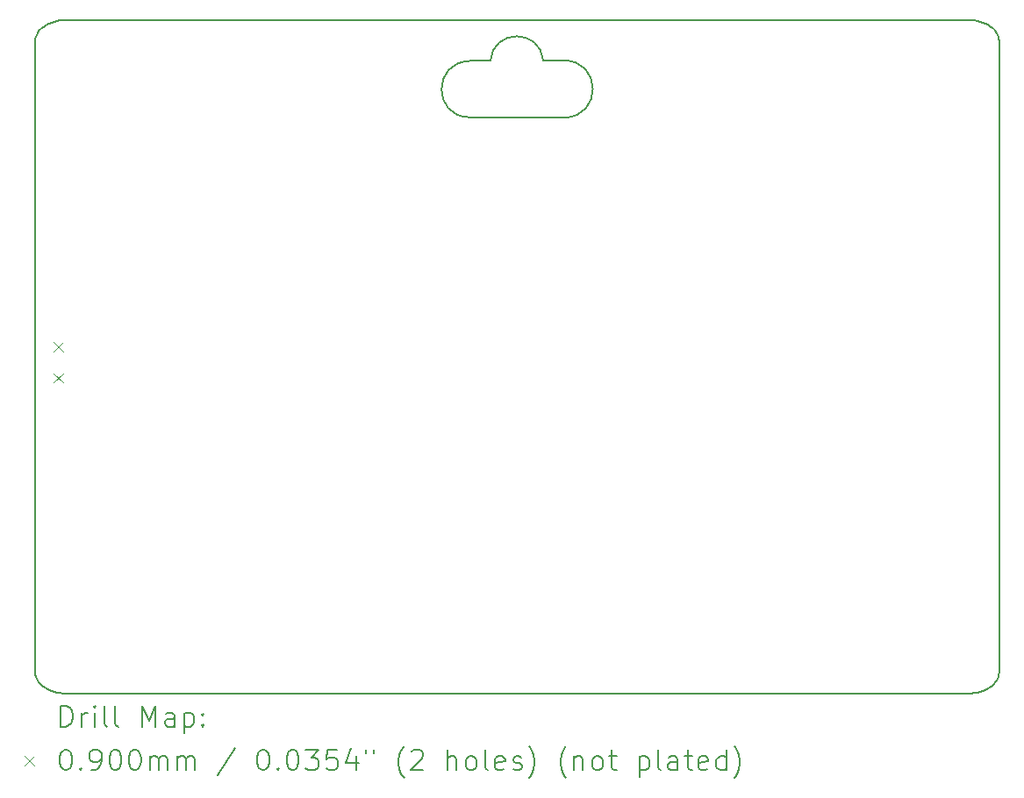
<source format=gbr>
%FSLAX45Y45*%
G04 Gerber Fmt 4.5, Leading zero omitted, Abs format (unit mm)*
G04 Created by KiCad (PCBNEW (6.0.0)) date 2022-02-16 09:51:41*
%MOMM*%
%LPD*%
G01*
G04 APERTURE LIST*
%TA.AperFunction,Profile*%
%ADD10C,0.150000*%
%TD*%
%ADD11C,0.200000*%
%TA.AperFunction,Profile*%
%ADD12C,0.200000*%
%TD*%
%ADD13C,0.090000*%
G04 APERTURE END LIST*
D10*
X15709662Y-7083487D02*
X14786662Y-7080487D01*
X14791667Y-6536481D02*
X14992662Y-6536487D01*
X15703662Y-6532487D02*
X15502662Y-6531487D01*
X15502662Y-6531487D02*
G75*
G03*
X14992662Y-6536487I-254802J-22701D01*
G01*
X14791667Y-6539480D02*
G75*
G03*
X14786662Y-7080487I0J-270527D01*
G01*
X15709662Y-7083487D02*
G75*
G03*
X15703662Y-6532487I-4164J275487D01*
G01*
D11*
X19900999Y-12441083D02*
X19899456Y-12461785D01*
X19894925Y-12481876D01*
X19887556Y-12501256D01*
X19877496Y-12519825D01*
X19864894Y-12537482D01*
X19849899Y-12554129D01*
X19832660Y-12569665D01*
X19813324Y-12583990D01*
X19792041Y-12597004D01*
X19768958Y-12608607D01*
X19744225Y-12618699D01*
X19717990Y-12627181D01*
X19690401Y-12633951D01*
X19661607Y-12638911D01*
X19631757Y-12641961D01*
X19600999Y-12642999D01*
X19600999Y-6143000D02*
X19631757Y-6144039D01*
X19661607Y-6147088D01*
X19690401Y-6152048D01*
X19717990Y-6158819D01*
X19744225Y-6167300D01*
X19768958Y-6177393D01*
X19792041Y-6188996D01*
X19813324Y-6202010D01*
X19832660Y-6216335D01*
X19849899Y-6231871D01*
X19864894Y-6248517D01*
X19877496Y-6266175D01*
X19887556Y-6284744D01*
X19894925Y-6304123D01*
X19899456Y-6324214D01*
X19900999Y-6344916D01*
D12*
X10901000Y-6143000D02*
X10901000Y-6143000D01*
D11*
X10901000Y-12642999D02*
X10870242Y-12641961D01*
X10840392Y-12638911D01*
X10811598Y-12633951D01*
X10784009Y-12627181D01*
X10757774Y-12618699D01*
X10733041Y-12608607D01*
X10709958Y-12597004D01*
X10688675Y-12583990D01*
X10669339Y-12569665D01*
X10652099Y-12554129D01*
X10637104Y-12537482D01*
X10624503Y-12519825D01*
X10614443Y-12501256D01*
X10607073Y-12481876D01*
X10602543Y-12461785D01*
X10601000Y-12441083D01*
D12*
X19600999Y-12642999D02*
X10901000Y-12642999D01*
X19900999Y-6344916D02*
X19900999Y-12441083D01*
D11*
X10601000Y-6344916D02*
X10602543Y-6324214D01*
X10607073Y-6304123D01*
X10614443Y-6284744D01*
X10624503Y-6266175D01*
X10637104Y-6248517D01*
X10652099Y-6231871D01*
X10669339Y-6216335D01*
X10688675Y-6202010D01*
X10709958Y-6188996D01*
X10733041Y-6177393D01*
X10757774Y-6167300D01*
X10784009Y-6158819D01*
X10811598Y-6152048D01*
X10840392Y-6147088D01*
X10870242Y-6144039D01*
X10901000Y-6143000D01*
D12*
X10601000Y-12441083D02*
X10601000Y-6344916D01*
X10901000Y-6143000D02*
X19600999Y-6143000D01*
D11*
D13*
X10781400Y-9251260D02*
X10871400Y-9341260D01*
X10871400Y-9251260D02*
X10781400Y-9341260D01*
X10781400Y-9551260D02*
X10871400Y-9641260D01*
X10871400Y-9551260D02*
X10781400Y-9641260D01*
D11*
X10848619Y-12963476D02*
X10848619Y-12763476D01*
X10896238Y-12763476D01*
X10924809Y-12772999D01*
X10943857Y-12792047D01*
X10953381Y-12811095D01*
X10962904Y-12849190D01*
X10962904Y-12877761D01*
X10953381Y-12915857D01*
X10943857Y-12934904D01*
X10924809Y-12953952D01*
X10896238Y-12963476D01*
X10848619Y-12963476D01*
X11048619Y-12963476D02*
X11048619Y-12830142D01*
X11048619Y-12868237D02*
X11058142Y-12849190D01*
X11067666Y-12839666D01*
X11086714Y-12830142D01*
X11105762Y-12830142D01*
X11172428Y-12963476D02*
X11172428Y-12830142D01*
X11172428Y-12763476D02*
X11162904Y-12772999D01*
X11172428Y-12782523D01*
X11181952Y-12772999D01*
X11172428Y-12763476D01*
X11172428Y-12782523D01*
X11296238Y-12963476D02*
X11277190Y-12953952D01*
X11267666Y-12934904D01*
X11267666Y-12763476D01*
X11401000Y-12963476D02*
X11381952Y-12953952D01*
X11372428Y-12934904D01*
X11372428Y-12763476D01*
X11629571Y-12963476D02*
X11629571Y-12763476D01*
X11696238Y-12906333D01*
X11762904Y-12763476D01*
X11762904Y-12963476D01*
X11943857Y-12963476D02*
X11943857Y-12858714D01*
X11934333Y-12839666D01*
X11915285Y-12830142D01*
X11877190Y-12830142D01*
X11858142Y-12839666D01*
X11943857Y-12953952D02*
X11924809Y-12963476D01*
X11877190Y-12963476D01*
X11858142Y-12953952D01*
X11848619Y-12934904D01*
X11848619Y-12915857D01*
X11858142Y-12896809D01*
X11877190Y-12887285D01*
X11924809Y-12887285D01*
X11943857Y-12877761D01*
X12039095Y-12830142D02*
X12039095Y-13030142D01*
X12039095Y-12839666D02*
X12058142Y-12830142D01*
X12096238Y-12830142D01*
X12115285Y-12839666D01*
X12124809Y-12849190D01*
X12134333Y-12868237D01*
X12134333Y-12925380D01*
X12124809Y-12944428D01*
X12115285Y-12953952D01*
X12096238Y-12963476D01*
X12058142Y-12963476D01*
X12039095Y-12953952D01*
X12220047Y-12944428D02*
X12229571Y-12953952D01*
X12220047Y-12963476D01*
X12210523Y-12953952D01*
X12220047Y-12944428D01*
X12220047Y-12963476D01*
X12220047Y-12839666D02*
X12229571Y-12849190D01*
X12220047Y-12858714D01*
X12210523Y-12849190D01*
X12220047Y-12839666D01*
X12220047Y-12858714D01*
D13*
X10501000Y-13247999D02*
X10591000Y-13337999D01*
X10591000Y-13247999D02*
X10501000Y-13337999D01*
D11*
X10886714Y-13183476D02*
X10905762Y-13183476D01*
X10924809Y-13192999D01*
X10934333Y-13202523D01*
X10943857Y-13221571D01*
X10953381Y-13259666D01*
X10953381Y-13307285D01*
X10943857Y-13345380D01*
X10934333Y-13364428D01*
X10924809Y-13373952D01*
X10905762Y-13383476D01*
X10886714Y-13383476D01*
X10867666Y-13373952D01*
X10858142Y-13364428D01*
X10848619Y-13345380D01*
X10839095Y-13307285D01*
X10839095Y-13259666D01*
X10848619Y-13221571D01*
X10858142Y-13202523D01*
X10867666Y-13192999D01*
X10886714Y-13183476D01*
X11039095Y-13364428D02*
X11048619Y-13373952D01*
X11039095Y-13383476D01*
X11029571Y-13373952D01*
X11039095Y-13364428D01*
X11039095Y-13383476D01*
X11143857Y-13383476D02*
X11181952Y-13383476D01*
X11201000Y-13373952D01*
X11210523Y-13364428D01*
X11229571Y-13335857D01*
X11239095Y-13297761D01*
X11239095Y-13221571D01*
X11229571Y-13202523D01*
X11220047Y-13192999D01*
X11201000Y-13183476D01*
X11162904Y-13183476D01*
X11143857Y-13192999D01*
X11134333Y-13202523D01*
X11124809Y-13221571D01*
X11124809Y-13269190D01*
X11134333Y-13288237D01*
X11143857Y-13297761D01*
X11162904Y-13307285D01*
X11201000Y-13307285D01*
X11220047Y-13297761D01*
X11229571Y-13288237D01*
X11239095Y-13269190D01*
X11362904Y-13183476D02*
X11381952Y-13183476D01*
X11401000Y-13192999D01*
X11410523Y-13202523D01*
X11420047Y-13221571D01*
X11429571Y-13259666D01*
X11429571Y-13307285D01*
X11420047Y-13345380D01*
X11410523Y-13364428D01*
X11401000Y-13373952D01*
X11381952Y-13383476D01*
X11362904Y-13383476D01*
X11343857Y-13373952D01*
X11334333Y-13364428D01*
X11324809Y-13345380D01*
X11315285Y-13307285D01*
X11315285Y-13259666D01*
X11324809Y-13221571D01*
X11334333Y-13202523D01*
X11343857Y-13192999D01*
X11362904Y-13183476D01*
X11553380Y-13183476D02*
X11572428Y-13183476D01*
X11591476Y-13192999D01*
X11601000Y-13202523D01*
X11610523Y-13221571D01*
X11620047Y-13259666D01*
X11620047Y-13307285D01*
X11610523Y-13345380D01*
X11601000Y-13364428D01*
X11591476Y-13373952D01*
X11572428Y-13383476D01*
X11553380Y-13383476D01*
X11534333Y-13373952D01*
X11524809Y-13364428D01*
X11515285Y-13345380D01*
X11505761Y-13307285D01*
X11505761Y-13259666D01*
X11515285Y-13221571D01*
X11524809Y-13202523D01*
X11534333Y-13192999D01*
X11553380Y-13183476D01*
X11705761Y-13383476D02*
X11705761Y-13250142D01*
X11705761Y-13269190D02*
X11715285Y-13259666D01*
X11734333Y-13250142D01*
X11762904Y-13250142D01*
X11781952Y-13259666D01*
X11791476Y-13278714D01*
X11791476Y-13383476D01*
X11791476Y-13278714D02*
X11801000Y-13259666D01*
X11820047Y-13250142D01*
X11848619Y-13250142D01*
X11867666Y-13259666D01*
X11877190Y-13278714D01*
X11877190Y-13383476D01*
X11972428Y-13383476D02*
X11972428Y-13250142D01*
X11972428Y-13269190D02*
X11981952Y-13259666D01*
X12001000Y-13250142D01*
X12029571Y-13250142D01*
X12048619Y-13259666D01*
X12058142Y-13278714D01*
X12058142Y-13383476D01*
X12058142Y-13278714D02*
X12067666Y-13259666D01*
X12086714Y-13250142D01*
X12115285Y-13250142D01*
X12134333Y-13259666D01*
X12143857Y-13278714D01*
X12143857Y-13383476D01*
X12534333Y-13173952D02*
X12362904Y-13431095D01*
X12791476Y-13183476D02*
X12810523Y-13183476D01*
X12829571Y-13192999D01*
X12839095Y-13202523D01*
X12848619Y-13221571D01*
X12858142Y-13259666D01*
X12858142Y-13307285D01*
X12848619Y-13345380D01*
X12839095Y-13364428D01*
X12829571Y-13373952D01*
X12810523Y-13383476D01*
X12791476Y-13383476D01*
X12772428Y-13373952D01*
X12762904Y-13364428D01*
X12753380Y-13345380D01*
X12743857Y-13307285D01*
X12743857Y-13259666D01*
X12753380Y-13221571D01*
X12762904Y-13202523D01*
X12772428Y-13192999D01*
X12791476Y-13183476D01*
X12943857Y-13364428D02*
X12953380Y-13373952D01*
X12943857Y-13383476D01*
X12934333Y-13373952D01*
X12943857Y-13364428D01*
X12943857Y-13383476D01*
X13077190Y-13183476D02*
X13096238Y-13183476D01*
X13115285Y-13192999D01*
X13124809Y-13202523D01*
X13134333Y-13221571D01*
X13143857Y-13259666D01*
X13143857Y-13307285D01*
X13134333Y-13345380D01*
X13124809Y-13364428D01*
X13115285Y-13373952D01*
X13096238Y-13383476D01*
X13077190Y-13383476D01*
X13058142Y-13373952D01*
X13048619Y-13364428D01*
X13039095Y-13345380D01*
X13029571Y-13307285D01*
X13029571Y-13259666D01*
X13039095Y-13221571D01*
X13048619Y-13202523D01*
X13058142Y-13192999D01*
X13077190Y-13183476D01*
X13210523Y-13183476D02*
X13334333Y-13183476D01*
X13267666Y-13259666D01*
X13296238Y-13259666D01*
X13315285Y-13269190D01*
X13324809Y-13278714D01*
X13334333Y-13297761D01*
X13334333Y-13345380D01*
X13324809Y-13364428D01*
X13315285Y-13373952D01*
X13296238Y-13383476D01*
X13239095Y-13383476D01*
X13220047Y-13373952D01*
X13210523Y-13364428D01*
X13515285Y-13183476D02*
X13420047Y-13183476D01*
X13410523Y-13278714D01*
X13420047Y-13269190D01*
X13439095Y-13259666D01*
X13486714Y-13259666D01*
X13505761Y-13269190D01*
X13515285Y-13278714D01*
X13524809Y-13297761D01*
X13524809Y-13345380D01*
X13515285Y-13364428D01*
X13505761Y-13373952D01*
X13486714Y-13383476D01*
X13439095Y-13383476D01*
X13420047Y-13373952D01*
X13410523Y-13364428D01*
X13696238Y-13250142D02*
X13696238Y-13383476D01*
X13648619Y-13173952D02*
X13601000Y-13316809D01*
X13724809Y-13316809D01*
X13791476Y-13183476D02*
X13791476Y-13221571D01*
X13867666Y-13183476D02*
X13867666Y-13221571D01*
X14162904Y-13459666D02*
X14153380Y-13450142D01*
X14134333Y-13421571D01*
X14124809Y-13402523D01*
X14115285Y-13373952D01*
X14105761Y-13326333D01*
X14105761Y-13288237D01*
X14115285Y-13240618D01*
X14124809Y-13212047D01*
X14134333Y-13192999D01*
X14153380Y-13164428D01*
X14162904Y-13154904D01*
X14229571Y-13202523D02*
X14239095Y-13192999D01*
X14258142Y-13183476D01*
X14305761Y-13183476D01*
X14324809Y-13192999D01*
X14334333Y-13202523D01*
X14343857Y-13221571D01*
X14343857Y-13240618D01*
X14334333Y-13269190D01*
X14220047Y-13383476D01*
X14343857Y-13383476D01*
X14581952Y-13383476D02*
X14581952Y-13183476D01*
X14667666Y-13383476D02*
X14667666Y-13278714D01*
X14658142Y-13259666D01*
X14639095Y-13250142D01*
X14610523Y-13250142D01*
X14591476Y-13259666D01*
X14581952Y-13269190D01*
X14791476Y-13383476D02*
X14772428Y-13373952D01*
X14762904Y-13364428D01*
X14753380Y-13345380D01*
X14753380Y-13288237D01*
X14762904Y-13269190D01*
X14772428Y-13259666D01*
X14791476Y-13250142D01*
X14820047Y-13250142D01*
X14839095Y-13259666D01*
X14848619Y-13269190D01*
X14858142Y-13288237D01*
X14858142Y-13345380D01*
X14848619Y-13364428D01*
X14839095Y-13373952D01*
X14820047Y-13383476D01*
X14791476Y-13383476D01*
X14972428Y-13383476D02*
X14953380Y-13373952D01*
X14943857Y-13354904D01*
X14943857Y-13183476D01*
X15124809Y-13373952D02*
X15105761Y-13383476D01*
X15067666Y-13383476D01*
X15048619Y-13373952D01*
X15039095Y-13354904D01*
X15039095Y-13278714D01*
X15048619Y-13259666D01*
X15067666Y-13250142D01*
X15105761Y-13250142D01*
X15124809Y-13259666D01*
X15134333Y-13278714D01*
X15134333Y-13297761D01*
X15039095Y-13316809D01*
X15210523Y-13373952D02*
X15229571Y-13383476D01*
X15267666Y-13383476D01*
X15286714Y-13373952D01*
X15296238Y-13354904D01*
X15296238Y-13345380D01*
X15286714Y-13326333D01*
X15267666Y-13316809D01*
X15239095Y-13316809D01*
X15220047Y-13307285D01*
X15210523Y-13288237D01*
X15210523Y-13278714D01*
X15220047Y-13259666D01*
X15239095Y-13250142D01*
X15267666Y-13250142D01*
X15286714Y-13259666D01*
X15362904Y-13459666D02*
X15372428Y-13450142D01*
X15391476Y-13421571D01*
X15400999Y-13402523D01*
X15410523Y-13373952D01*
X15420047Y-13326333D01*
X15420047Y-13288237D01*
X15410523Y-13240618D01*
X15400999Y-13212047D01*
X15391476Y-13192999D01*
X15372428Y-13164428D01*
X15362904Y-13154904D01*
X15724809Y-13459666D02*
X15715285Y-13450142D01*
X15696238Y-13421571D01*
X15686714Y-13402523D01*
X15677190Y-13373952D01*
X15667666Y-13326333D01*
X15667666Y-13288237D01*
X15677190Y-13240618D01*
X15686714Y-13212047D01*
X15696238Y-13192999D01*
X15715285Y-13164428D01*
X15724809Y-13154904D01*
X15800999Y-13250142D02*
X15800999Y-13383476D01*
X15800999Y-13269190D02*
X15810523Y-13259666D01*
X15829571Y-13250142D01*
X15858142Y-13250142D01*
X15877190Y-13259666D01*
X15886714Y-13278714D01*
X15886714Y-13383476D01*
X16010523Y-13383476D02*
X15991476Y-13373952D01*
X15981952Y-13364428D01*
X15972428Y-13345380D01*
X15972428Y-13288237D01*
X15981952Y-13269190D01*
X15991476Y-13259666D01*
X16010523Y-13250142D01*
X16039095Y-13250142D01*
X16058142Y-13259666D01*
X16067666Y-13269190D01*
X16077190Y-13288237D01*
X16077190Y-13345380D01*
X16067666Y-13364428D01*
X16058142Y-13373952D01*
X16039095Y-13383476D01*
X16010523Y-13383476D01*
X16134333Y-13250142D02*
X16210523Y-13250142D01*
X16162904Y-13183476D02*
X16162904Y-13354904D01*
X16172428Y-13373952D01*
X16191476Y-13383476D01*
X16210523Y-13383476D01*
X16429571Y-13250142D02*
X16429571Y-13450142D01*
X16429571Y-13259666D02*
X16448619Y-13250142D01*
X16486714Y-13250142D01*
X16505761Y-13259666D01*
X16515285Y-13269190D01*
X16524809Y-13288237D01*
X16524809Y-13345380D01*
X16515285Y-13364428D01*
X16505761Y-13373952D01*
X16486714Y-13383476D01*
X16448619Y-13383476D01*
X16429571Y-13373952D01*
X16639095Y-13383476D02*
X16620047Y-13373952D01*
X16610523Y-13354904D01*
X16610523Y-13183476D01*
X16801000Y-13383476D02*
X16801000Y-13278714D01*
X16791476Y-13259666D01*
X16772428Y-13250142D01*
X16734333Y-13250142D01*
X16715285Y-13259666D01*
X16801000Y-13373952D02*
X16781952Y-13383476D01*
X16734333Y-13383476D01*
X16715285Y-13373952D01*
X16705761Y-13354904D01*
X16705761Y-13335857D01*
X16715285Y-13316809D01*
X16734333Y-13307285D01*
X16781952Y-13307285D01*
X16801000Y-13297761D01*
X16867666Y-13250142D02*
X16943857Y-13250142D01*
X16896238Y-13183476D02*
X16896238Y-13354904D01*
X16905762Y-13373952D01*
X16924809Y-13383476D01*
X16943857Y-13383476D01*
X17086714Y-13373952D02*
X17067666Y-13383476D01*
X17029571Y-13383476D01*
X17010523Y-13373952D01*
X17001000Y-13354904D01*
X17001000Y-13278714D01*
X17010523Y-13259666D01*
X17029571Y-13250142D01*
X17067666Y-13250142D01*
X17086714Y-13259666D01*
X17096238Y-13278714D01*
X17096238Y-13297761D01*
X17001000Y-13316809D01*
X17267666Y-13383476D02*
X17267666Y-13183476D01*
X17267666Y-13373952D02*
X17248619Y-13383476D01*
X17210523Y-13383476D01*
X17191476Y-13373952D01*
X17181952Y-13364428D01*
X17172428Y-13345380D01*
X17172428Y-13288237D01*
X17181952Y-13269190D01*
X17191476Y-13259666D01*
X17210523Y-13250142D01*
X17248619Y-13250142D01*
X17267666Y-13259666D01*
X17343857Y-13459666D02*
X17353381Y-13450142D01*
X17372428Y-13421571D01*
X17381952Y-13402523D01*
X17391476Y-13373952D01*
X17401000Y-13326333D01*
X17401000Y-13288237D01*
X17391476Y-13240618D01*
X17381952Y-13212047D01*
X17372428Y-13192999D01*
X17353381Y-13164428D01*
X17343857Y-13154904D01*
M02*

</source>
